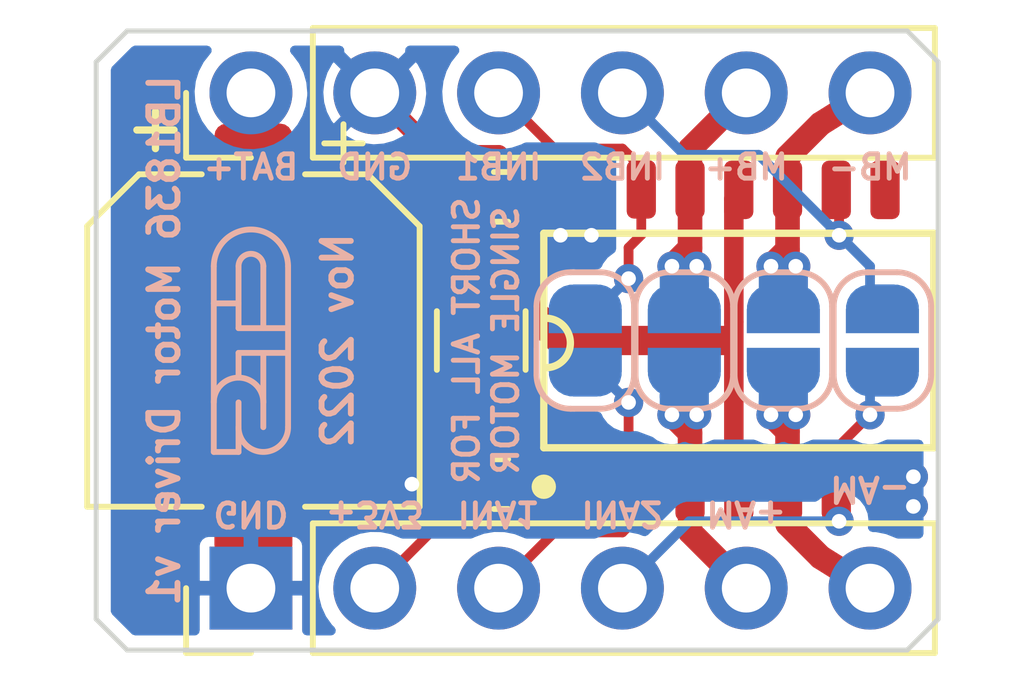
<source format=kicad_pcb>
(kicad_pcb (version 20211014) (generator pcbnew)
  (layers (0 "F.Cu" signal) (31 "B.Cu" signal) (34 "B.Paste" user) (35 "F.Paste" user) (36 "B.SilkS" user "B.Silkscreen") (37 "F.SilkS" user "F.Silkscreen") (38 "B.Mask" user) (39 "F.Mask" user) (44 "Edge.Cuts" user))
  (net 0 "")
  (net 1 "GND")
  (net 2 "+3V3")
  (net 3 "INA1")
  (net 4 "INB1")
  (net 5 "MA-")
  (net 6 "MB-")
  (net 8 "INA2")
  (net 9 "INB2")
  (net 10 "MA+")
  (net 11 "MB+")
  (net 12 "/V+")
  (net 13 "+BATT")
  (footprint "Capacitor_SMD:C_0603_1608Metric_Pad1.08x0.95mm_HandSolder" (layer "F.Cu") (at 143.5608 94.3864 180)
    (fp_text reference "C3")
    (fp_text value "0.1uF")
    (fp_line (start -0.146267 0.51) (end 0.146267 0.51) (layer "F.SilkS") (width 0.12))
    (fp_line (start -0.146267 -0.51) (end 0.146267 -0.51) (layer "F.SilkS") (width 0.12))
    (pad "1" smd roundrect (at -0.8625 0 180) (size 1.075 0.95) (layers "F.Cu" "F.Paste" "F.Mask") (net 2 "+3V3"))
    (pad "2" smd roundrect (at 0.8625 0 180) (size 1.075 0.95) (layers "F.Cu" "F.Paste" "F.Mask") (net 1 "GND"))
  )
  (footprint "Custom_Library:SOIC-14_1mm" (layer "F.Cu") (at 148.4376 91.44 90)
    (fp_text reference "U1")
    (fp_text value "LB1836M")
    (fp_line (start 2.2 -4) (end 2.2 4) (layer "F.SilkS") (width 0.15))
    (fp_line (start -2.2 -4) (end 2.2 -4) (layer "F.SilkS") (width 0.15))
    (fp_line (start 2.2 4) (end -2.2 4) (layer "F.SilkS") (width 0.15))
    (fp_line (start -2.2 4) (end -2.2 -4) (layer "F.SilkS") (width 0.15))
    (fp_circle (center -3 -4) (end -2.875 -4) (layer "F.SilkS") (width 0.25) (fill none))
    (pad "1" smd roundrect (at -3.07 -3 90) (size 1.14 0.6) (layers "F.Cu" "F.Paste" "F.Mask") (net 2 "+3V3"))
    (pad "2" smd roundrect (at -3.1 -2 90) (size 1.2 0.6) (layers "F.Cu" "F.Paste" "F.Mask") (net 3 "INA1"))
    (pad "3" smd roundrect (at -3.1 -1 90) (size 1.2 0.6) (layers "F.Cu" "F.Paste" "F.Mask") (net 10 "MA+"))
    (pad "4" smd roundrect (at -3.1 0 90) (size 1.2 0.6) (layers "F.Cu" "F.Paste" "F.Mask") (net 12 "/V+"))
    (pad "5" smd roundrect (at -3.1 1 90) (size 1.2 0.6) (layers "F.Cu" "F.Paste" "F.Mask") (net 5 "MA-"))
    (pad "6" smd roundrect (at -3.1 2 90) (size 1.2 0.6) (layers "F.Cu" "F.Paste" "F.Mask") (net 8 "INA2"))
    (pad "7" smd roundrect (at -3.1 3 90) (size 1.2 0.6) (layers "F.Cu" "F.Paste" "F.Mask") (net 1 "GND"))
    (pad "8" smd roundrect (at 3.09 3 90) (size 1.2 0.6) (layers "F.Cu" "F.Paste" "F.Mask"))
    (pad "9" smd roundrect (at 3.09 2 90) (size 1.2 0.6) (layers "F.Cu" "F.Paste" "F.Mask") (net 9 "INB2"))
    (pad "10" smd roundrect (at 3.1 1 90) (size 1.2 0.6) (layers "F.Cu" "F.Paste" "F.Mask") (net 6 "MB-"))
    (pad "11" smd roundrect (at 3.09 0 90) (size 1.2 0.6) (layers "F.Cu" "F.Paste" "F.Mask") (net 12 "/V+"))
    (pad "12" smd roundrect (at 3.1 -1 90) (size 1.2 0.6) (layers "F.Cu" "F.Paste" "F.Mask") (net 11 "MB+"))
    (pad "13" smd roundrect (at 3.1 -2 90) (size 1.2 0.6) (layers "F.Cu" "F.Paste" "F.Mask") (net 4 "INB1"))
    (pad "14" smd roundrect (at 3.07 -3 90) (size 1.14 0.6) (layers "F.Cu" "F.Paste" "F.Mask") (net 1 "GND"))
  )
  (footprint "Connector_PinHeader_2.54mm:PinHeader_1x06_P2.54mm_Vertical" (layer "F.Cu") (at 138.43 86.36 90)
    (fp_text reference "J2")
    (fp_text value "A2")
    (fp_line (start 1.33 1.27) (end 1.33 14.03) (layer "F.SilkS") (width 0.12))
    (fp_line (start -1.33 14.03) (end 1.33 14.03) (layer "F.SilkS") (width 0.12))
    (fp_line (start -1.33 1.27) (end -1.33 14.03) (layer "F.SilkS") (width 0.12))
    (fp_line (start -1.33 0) (end -1.33 -1.33) (layer "F.SilkS") (width 0.12))
    (fp_line (start -1.33 1.27) (end 1.33 1.27) (layer "F.SilkS") (width 0.12))
    (fp_line (start -1.33 -1.33) (end 0 -1.33) (layer "F.SilkS") (width 0.12))
    (pad "1" thru_hole circle (at 0 0 90) (size 1.7 1.7) (drill 1) (layers *.Cu *.Mask) (net 13 "+BATT"))
    (pad "2" thru_hole oval (at 0 2.54 135) (size 1.7 1.7) (drill 1) (layers *.Cu *.Mask) (net 1 "GND"))
    (pad "3" thru_hole oval (at 0 5.08 90) (size 1.7 1.7) (drill 1) (layers *.Cu *.Mask) (net 4 "INB1"))
    (pad "4" thru_hole oval (at 0 7.62 90) (size 1.7 1.7) (drill 1) (layers *.Cu *.Mask) (net 9 "INB2"))
    (pad "5" thru_hole oval (at 0 10.16 90) (size 1.7 1.7) (drill 1) (layers *.Cu *.Mask) (net 11 "MB+"))
    (pad "6" thru_hole oval (at 0 12.7 90) (size 1.7 1.7) (drill 1) (layers *.Cu *.Mask) (net 6 "MB-"))
  )
  (footprint "Capacitor_SMD:CP_Elec_6.3x5.8" (layer "F.Cu") (at 138.4808 91.44 -90)
    (fp_text reference "C1")
    (fp_text value "220uF 10V")
    (fp_line (start 3.41 -3.41) (end 3.41 -1.06) (layer "F.SilkS") (width 0.12))
    (fp_line (start -4.4375 -1.8475) (end -3.65 -1.8475) (layer "F.SilkS") (width 0.12))
    (fp_line (start -3.41 2.345563) (end -3.41 1.06) (layer "F.SilkS") (width 0.12))
    (fp_line (start -2.345563 3.41) (end 3.41 3.41) (layer "F.SilkS") (width 0.12))
    (fp_line (start -3.41 2.345563) (end -2.345563 3.41) (layer "F.SilkS") (width 0.12))
    (fp_line (start -3.41 -2.345563) (end -3.41 -1.06) (layer "F.SilkS") (width 0.12))
    (fp_line (start -2.345563 -3.41) (end 3.41 -3.41) (layer "F.SilkS") (width 0.12))
    (fp_line (start -3.41 -2.345563) (end -2.345563 -3.41) (layer "F.SilkS") (width 0.12))
    (fp_line (start -4.04375 -2.24125) (end -4.04375 -1.45375) (layer "F.SilkS") (width 0.12))
    (fp_line (start 3.41 3.41) (end 3.41 1.06) (layer "F.SilkS") (width 0.12))
    (pad "1" smd roundrect (at -2.7 0 270) (size 3.5 1.6) (layers "F.Cu" "F.Paste" "F.Mask") (roundrect_rratio 0.15625) (net 13 "+BATT"))
    (pad "2" smd roundrect (at 2.7 0 270) (size 3.5 1.6) (layers "F.Cu" "F.Paste" "F.Mask") (roundrect_rratio 0.15625) (net 1 "GND"))
  )
  (footprint "Capacitor_SMD:C_0603_1608Metric_Pad1.08x0.95mm_HandSolder" (layer "F.Cu") (at 143.5608 88.4936)
    (fp_text reference "C2")
    (fp_text value "0.1uF")
    (fp_line (start -0.146267 -0.51) (end 0.146267 -0.51) (layer "F.SilkS") (width 0.12))
    (fp_line (start -0.146267 0.51) (end 0.146267 0.51) (layer "F.SilkS") (width 0.12))
    (pad "1" smd roundrect (at -0.8625 0) (size 1.075 0.95) (layers "F.Cu" "F.Paste" "F.Mask") (net 12 "/V+"))
    (pad "2" smd roundrect (at 0.8625 0) (size 1.075 0.95) (layers "F.Cu" "F.Paste" "F.Mask") (net 1 "GND"))
  )
  (footprint "Connector_PinHeader_2.54mm:PinHeader_1x06_P2.54mm_Vertical" (layer "F.Cu") (at 138.43 96.52 90)
    (fp_text reference "J1")
    (fp_text value "A1")
    (fp_line (start -1.33 1.27) (end 1.33 1.27) (layer "F.SilkS") (width 0.12))
    (fp_line (start 1.33 1.27) (end 1.33 14.03) (layer "F.SilkS") (width 0.12))
    (fp_line (start -1.33 1.27) (end -1.33 14.03) (layer "F.SilkS") (width 0.12))
    (fp_line (start -1.33 14.03) (end 1.33 14.03) (layer "F.SilkS") (width 0.12))
    (fp_line (start -1.33 -1.33) (end 0 -1.33) (layer "F.SilkS") (width 0.12))
    (fp_line (start -1.33 0) (end -1.33 -1.33) (layer "F.SilkS") (width 0.12))
    (pad "1" thru_hole rect (at 0 0 90) (size 1.7 1.7) (drill 1) (layers *.Cu *.Mask) (net 1 "GND"))
    (pad "2" thru_hole oval (at 0 2.54 90) (size 1.7 1.7) (drill 1) (layers *.Cu *.Mask) (net 2 "+3V3"))
    (pad "3" thru_hole oval (at 0 5.08 90) (size 1.7 1.7) (drill 1) (layers *.Cu *.Mask) (net 3 "INA1"))
    (pad "4" thru_hole oval (at 0 7.62 90) (size 1.7 1.7) (drill 1) (layers *.Cu *.Mask) (net 8 "INA2"))
    (pad "5" thru_hole oval (at 0 10.16 90) (size 1.7 1.7) (drill 1) (layers *.Cu *.Mask) (net 10 "MA+"))
    (pad "6" thru_hole oval (at 0 12.7 90) (size 1.7 1.7) (drill 1) (layers *.Cu *.Mask) (net 5 "MA-"))
  )
  (footprint "Fuse:Fuse_1206_3216Metric_Pad1.42x1.75mm_HandSolder" (layer "F.Cu") (at 143.1544 91.44 90)
    (fp_text reference "F1")
    (fp_text value "350mA 16V")
    (fp_line (start -0.602064 0.91) (end 0.602064 0.91) (layer "F.SilkS") (width 0.12))
    (fp_line (start -0.602064 -0.91) (end 0.602064 -0.91) (layer "F.SilkS") (width 0.12))
    (pad "1" smd roundrect (at -1.4875 0 90) (size 1.425 1.75) (layers "F.Cu" "F.Paste" "F.Mask") (roundrect_rratio 0.175439) (net 13 "+BATT"))
    (pad "2" smd roundrect (at 1.4875 0 90) (size 1.425 1.75) (layers "F.Cu" "F.Paste" "F.Mask") (roundrect_rratio 0.175439) (net 12 "/V+"))
  )
  (footprint "Jumper:SolderJumper-2_P1.3mm_Open_RoundedPad1.0x1.5mm" (layer "B.Cu") (at 145.288 91.44 90)
    (fp_text reference "JP1")
    (fp_text value "IN2")
    (fp_line (start 1.4 0.3) (end 1.4 -0.3) (layer "B.SilkS") (width 0.12))
    (fp_line (start -0.7 1) (end 0.7 1) (layer "B.SilkS") (width 0.12))
    (fp_line (start 0.7 -1) (end -0.7 -1) (layer "B.SilkS") (width 0.12))
    (fp_line (start -1.4 -0.3) (end -1.4 0.3) (layer "B.SilkS") (width 0.12))
    (fp_arc (start 0.7 -1) (mid 1.194975 -0.794975) (end 1.4 -0.3) (layer "B.SilkS") (width 0.12))
    (fp_arc (start -0.7 1) (mid -1.194975 0.794975) (end -1.4 0.3) (layer "B.SilkS") (width 0.12))
    (fp_arc (start -1.4 -0.3) (mid -1.194975 -0.794975) (end -0.7 -1) (layer "B.SilkS") (width 0.12))
    (fp_arc (start 1.4 0.3) (mid 1.194975 0.794975) (end 0.7 1) (layer "B.SilkS") (width 0.12))
    (pad "1" smd custom (at -0.65 0 90) (size 1 0.5) (layers "B.Cu" "B.Mask") (net 3 "INA1") (options (clearance outline) (anchor rect)) (primitives (gr_circle (center 0 -0.25) (end 0.5 -0.25) (width 0) (fill yes)) (gr_circle (center 0 0.25) (end 0.5 0.25) (width 0) (fill yes)) (gr_poly (pts (xy 0.5 -0.75) (xy 0 -0.75) (xy 0 0.75) (xy 0.5 0.75)) (width 0) (fill yes))))
    (pad "2" smd custom (at 0.65 0 90) (size 1 0.5) (layers "B.Cu" "B.Mask") (net 4 "INB1") (options (clearance outline) (anchor rect)) (primitives (gr_circle (center 0 -0.25) (end 0.5 -0.25) (width 0) (fill yes)) (gr_circle (center 0 0.25) (end 0.5 0.25) (width 0) (fill yes)) (gr_poly (pts (xy 0 -0.75) (xy -0.5 -0.75) (xy -0.5 0.75) (xy 0 0.75)) (width 0) (fill yes))))
  )
  (footprint "Jumper:SolderJumper-2_P1.3mm_Open_RoundedPad1.0x1.5mm" (layer "B.Cu") (at 147.32 91.44 90)
    (fp_text reference "JP3")
    (fp_text value "M+")
    (fp_line (start -0.7 1) (end 0.7 1) (layer "B.SilkS") (width 0.12))
    (fp_line (start 1.4 0.3) (end 1.4 -0.3) (layer "B.SilkS") (width 0.12))
    (fp_line (start -1.4 -0.3) (end -1.4 0.3) (layer "B.SilkS") (width 0.12))
    (fp_line (start 0.7 -1) (end -0.7 -1) (layer "B.SilkS") (width 0.12))
    (fp_arc (start 0.7 -1) (mid 1.194975 -0.794975) (end 1.4 -0.3) (layer "B.SilkS") (width 0.12))
    (fp_arc (start -0.7 1) (mid -1.194975 0.794975) (end -1.4 0.3) (layer "B.SilkS") (width 0.12))
    (fp_arc (start -1.4 -0.3) (mid -1.194975 -0.794975) (end -0.7 -1) (layer "B.SilkS") (width 0.12))
    (fp_arc (start 1.4 0.3) (mid 1.194975 0.794975) (end 0.7 1) (layer "B.SilkS") (width 0.12))
    (pad "1" smd custom (at -0.65 0 90) (size 1 0.5) (layers "B.Cu" "B.Mask") (net 10 "MA+") (options (clearance outline) (anchor rect)) (primitives (gr_circle (center 0 -0.25) (end 0.5 -0.25) (width 0) (fill yes)) (gr_circle (center 0 0.25) (end 0.5 0.25) (width 0) (fill yes)) (gr_poly (pts (xy 0.5 -0.75) (xy 0 -0.75) (xy 0 0.75) (xy 0.5 0.75)) (width 0) (fill yes))))
    (pad "2" smd custom (at 0.65 0 90) (size 1 0.5) (layers "B.Cu" "B.Mask") (net 11 "MB+") (options (clearance outline) (anchor rect)) (primitives (gr_circle (center 0 -0.25) (end 0.5 -0.25) (width 0) (fill yes)) (gr_circle (center 0 0.25) (end 0.5 0.25) (width 0) (fill yes)) (gr_poly (pts (xy 0 -0.75) (xy -0.5 -0.75) (xy -0.5 0.75) (xy 0 0.75)) (width 0) (fill yes))))
  )
  (footprint "Jumper:SolderJumper-2_P1.3mm_Open_RoundedPad1.0x1.5mm" (layer "B.Cu") (at 149.352 91.44 90)
    (fp_text reference "JP4")
    (fp_text value "M-")
    (fp_line (start -1.4 -0.3) (end -1.4 0.3) (layer "B.SilkS") (width 0.12))
    (fp_line (start 0.7 -1) (end -0.7 -1) (layer "B.SilkS") (width 0.12))
    (fp_line (start 1.4 0.3) (end 1.4 -0.3) (layer "B.SilkS") (width 0.12))
    (fp_line (start -0.7 1) (end 0.7 1) (layer "B.SilkS") (width 0.12))
    (fp_arc (start -0.7 1) (mid -1.194975 0.794975) (end -1.4 0.3) (layer "B.SilkS") (width 0.12))
    (fp_arc (start 1.4 0.3) (mid 1.194975 0.794975) (end 0.7 1) (layer "B.SilkS") (width 0.12))
    (fp_arc (start -1.4 -0.3) (mid -1.194975 -0.794975) (end -0.7 -1) (layer "B.SilkS") (width 0.12))
    (fp_arc (start 0.7 -1) (mid 1.194975 -0.794975) (end 1.4 -0.3) (layer "B.SilkS") (width 0.12))
    (pad "1" smd custom (at -0.65 0 90) (size 1 0.5) (layers "B.Cu" "B.Mask") (net 5 "MA-") (options (clearance outline) (anchor rect)) (primitives (gr_circle (center 0 -0.25) (end 0.5 -0.25) (width 0) (fill yes)) (gr_circle (center 0 0.25) (end 0.5 0.25) (width 0) (fill yes)) (gr_poly (pts (xy 0.5 -0.75) (xy 0 -0.75) (xy 0 0.75) (xy 0.5 0.75)) (width 0) (fill yes))))
    (pad "2" smd custom (at 0.65 0 90) (size 1 0.5) (layers "B.Cu" "B.Mask") (net 6 "MB-") (options (clearance outline) (anchor rect)) (primitives (gr_circle (center 0 -0.25) (end 0.5 -0.25) (width 0) (fill yes)) (gr_circle (center 0 0.25) (end 0.5 0.25) (width 0) (fill yes)) (gr_poly (pts (xy 0 -0.75) (xy -0.5 -0.75) (xy -0.5 0.75) (xy 0 0.75)) (width 0) (fill yes))))
  )
  (footprint "Jumper:SolderJumper-2_P1.3mm_Open_RoundedPad1.0x1.5mm" (layer "B.Cu") (at 151.384 91.44 90)
    (fp_text reference "JP2")
    (fp_text value "IN1")
    (fp_line (start 1.4 0.3) (end 1.4 -0.3) (layer "B.SilkS") (width 0.12))
    (fp_line (start -1.4 -0.3) (end -1.4 0.3) (layer "B.SilkS") (width 0.12))
    (fp_line (start -0.7 1) (end 0.7 1) (layer "B.SilkS") (width 0.12))
    (fp_line (start 0.7 -1) (end -0.7 -1) (layer "B.SilkS") (width 0.12))
    (fp_arc (start 1.4 0.3) (mid 1.194975 0.794975) (end 0.7 1) (layer "B.SilkS") (width 0.12))
    (fp_arc (start -0.7 1) (mid -1.194975 0.794975) (end -1.4 0.3) (layer "B.SilkS") (width 0.12))
    (fp_arc (start 0.7 -1) (mid 1.194975 -0.794975) (end 1.4 -0.3) (layer "B.SilkS") (width 0.12))
    (fp_arc (start -1.4 -0.3) (mid -1.194975 -0.794975) (end -0.7 -1) (layer "B.SilkS") (width 0.12))
    (pad "1" smd custom (at -0.65 0 90) (size 1 0.5) (layers "B.Cu" "B.Mask") (net 8 "INA2") (options (clearance outline) (anchor rect)) (primitives (gr_circle (center 0 -0.25) (end 0.5 -0.25) (width 0) (fill yes)) (gr_circle (center 0 0.25) (end 0.5 0.25) (width 0) (fill yes)) (gr_poly (pts (xy 0.5 -0.75) (xy 0 -0.75) (xy 0 0.75) (xy 0.5 0.75)) (width 0) (fill yes))))
    (pad "2" smd custom (at 0.65 0 90) (size 1 0.5) (layers "B.Cu" "B.Mask") (net 9 "INB2") (options (clearance outline) (anchor rect)) (primitives (gr_circle (center 0 -0.25) (end 0.5 -0.25) (width 0) (fill yes)) (gr_circle (center 0 0.25) (end 0.5 0.25) (width 0) (fill yes)) (gr_poly (pts (xy 0 -0.75) (xy -0.5 -0.75) (xy -0.5 0.75) (xy 0 0.75)) (width 0) (fill yes))))
  )
  (gr_arc (start 137.668 89.916) (mid 138.43 89.154) (end 139.192 89.916) (layer "B.SilkS") (width 0.12))
  (gr_line (start 138.176 93.726) (end 138.176 92.71) (layer "B.SilkS") (width 0.12))
  (gr_arc (start 138.176 89.916) (mid 138.43 89.662) (end 138.684 89.916) (layer "B.SilkS") (width 0.12))
  (gr_line (start 138.684 89.916) (end 138.684 91.186) (layer "B.SilkS") (width 0.12))
  (gr_line (start 138.176 92.202) (end 138.176 91.694) (layer "B.SilkS") (width 0.12))
  (gr_line (start 138.176 91.694) (end 139.192 91.694) (layer "B.SilkS") (width 0.12))
  (gr_line (start 137.668 90.678) (end 138.176 90.678) (layer "B.SilkS") (width 0.12))
  (gr_line (start 139.192 93.218) (end 139.192 89.916) (layer "B.SilkS") (width 0.12))
  (gr_arc (start 137.668 92.71) (mid 138.176 92.202) (end 138.684 92.71) (layer "B.SilkS") (width 0.12))
  (gr_line (start 138.684 93.218) (end 138.684 91.694) (layer "B.SilkS") (width 0.12))
  (gr_line (start 138.176 91.186) (end 138.176 89.916) (layer "B.SilkS") (width 0.12))
  (gr_line (start 139.192 91.186) (end 138.176 91.186) (layer "B.SilkS") (width 0.12))
  (gr_line (start 137.668 93.726) (end 137.668 89.916) (layer "B.SilkS") (width 0.12))
  (gr_arc (start 139.192 93.218) (mid 138.684 93.726) (end 138.176 93.218) (layer "B.SilkS") (width 0.12))
  (gr_line (start 137.668 93.726) (end 138.176 93.726) (layer "B.SilkS") (width 0.12))
  (gr_arc (start 144.4752 90.9828) (mid 144.9832 91.4908) (end 144.4752 91.9988) (layer "F.SilkS") (width 0.15))
  (gr_line (start 135.255 97.155) (end 135.255 85.725) (layer "Edge.Cuts") (width 0.1))
  (gr_line (start 152.527 97.155) (end 151.892 97.79) (layer "Edge.Cuts") (width 0.1))
  (gr_line (start 135.89 97.79) (end 135.255 97.155) (layer "Edge.Cuts") (width 0.1))
  (gr_line (start 152.527 85.725) (end 152.527 97.155) (layer "Edge.Cuts") (width 0.1))
  (gr_line (start 135.255 85.725) (end 135.89 85.09) (layer "Edge.Cuts") (width 0.1))
  (gr_line (start 151.892 85.09) (end 152.527 85.725) (layer "Edge.Cuts") (width 0.1))
  (gr_line (start 151.892 97.79) (end 135.89 97.79) (layer "Edge.Cuts") (width 0.1))
  (gr_line (start 135.89 85.09) (end 151.892 85.09) (layer "Edge.Cuts") (width 0.1))
  (gr_text "INA1" (at 143.51 94.996 180) (layer "B.SilkS") (effects (font (size 0.5 0.5) (thickness 0.1)) (justify mirror)))
  (gr_text "Nov 2022" (at 140.208 91.44 90) (layer "B.SilkS") (effects (font (size 0.6 0.6) (thickness 0.12)) (justify mirror)))
  (gr_text "GND" (at 140.97 87.884) (layer "B.SilkS") (effects (font (size 0.5 0.5) (thickness 0.1)) (justify mirror)))
  (gr_text "INA2" (at 146.05 94.996 180) (layer "B.SilkS") (effects (font (size 0.5 0.5) (thickness 0.1)) (justify mirror)))
  (gr_text "MA+" (at 148.59 94.996 180) (layer "B.SilkS") (effects (font (size 0.5 0.5) (thickness 0.1)) (justify mirror)))
  (gr_text "MA-" (at 151.13 94.488 180) (layer "B.SilkS") (effects (font (size 0.5 0.5) (thickness 0.1)) (justify mirror)))
  (gr_text "GND" (at 138.43 94.996 180) (layer "B.SilkS") (effects (font (size 0.5 0.5) (thickness 0.1)) (justify mirror)))
  (gr_text "+3V3" (at 140.97 94.996 180) (layer "B.SilkS") (effects (font (size 0.5 0.5) (thickness 0.1)) (justify mirror)))
  (gr_text "INB2" (at 146.05 87.884) (layer "B.SilkS") (effects (font (size 0.5 0.5) (thickness 0.1)) (justify mirror)))
  (gr_text "BAT+" (at 138.43 87.884) (layer "B.SilkS") (effects (font (size 0.5 0.5) (thickness 0.1)) (justify mirror)))
  (gr_text "LB1836 Motor Driver v1" (at 136.652 91.44 90) (layer "B.SilkS") (effects (font (size 0.6 0.6) (thickness 0.12)) (justify mirror)))
  (gr_text "INB1" (at 143.51 87.884) (layer "B.SilkS") (effects (font (size 0.5 0.5) (thickness 0.1)) (justify mirror)))
  (gr_text "MB-" (at 151.13 87.884) (layer "B.SilkS") (effects (font (size 0.5 0.5) (thickness 0.1)) (justify mirror)))
  (gr_text "SHORT ALL FOR\nSINGLE MOTOR" (at 143.256 91.44 90) (layer "B.SilkS") (effects (font (size 0.5 0.5) (thickness 0.1)) (justify mirror)))
  (gr_text "MB+" (at 148.59 87.884) (layer "B.SilkS") (effects (font (size 0.5 0.5) (thickness 0.1)) (justify mirror)))
  (gr_text "+" (at 136.398 87.122 90) (layer "F.SilkS") (effects (font (size 1 1))))
  (segment (start 142.6475 94.615) (end 142.3935 94.361) (width 0.2) (layer "F.Cu") (net 1))
  (segment (start 144.145 88.265) (end 144.3725 88.265) (width 0.2) (layer "F.Cu") (net 1))
  (segment (start 151.638 94.234) (end 152.019 94.234) (width 0.4) (layer "F.Cu") (net 1))
  (segment (start 151.638 94.234) (end 151.4376 94.4344) (width 0.2) (layer "F.Cu") (net 1))
  (segment (start 144.4769 88.44) (end 144.4233 88.4936) (width 0.2) (layer "F.Cu") (net 1))
  (segment (start 145.415 89.281) (end 145.034 88.9) (width 0.5) (layer "F.Cu") (net 1))
  (segment (start 152.019 94.8436) (end 151.765 94.5896) (width 0.3) (layer "F.Cu") (net 1))
  (segment (start 145.384 88.4936) (end 144.5305 88.4936) (width 0.4) (layer "F.Cu") (net 1))
  (segment (start 145.415 89.2358) (end 145.4376 89.2584) (width 0.3) (layer "F.Cu") (net 1))
  (segment (start 138.43 94.14) (end 138.43 96.52) (width 0.2) (layer "F.Cu") (net 1))
  (segment (start 145.4376 88.44) (end 145.384 88.4936) (width 0.4) (layer "F.Cu") (net 1))
  (segment (start 152.019 94.8436) (end 152.019 94.234) (width 0.4) (layer "F.Cu") (net 1))
  (segment (start 144.78 89.281) (end 145.415 89.281) (width 0.4) (layer "F.Cu") (net 1))
  (segment (start 145.034 88.9) (end 145.034 88.646) (width 0.3) (layer "F.Cu") (net 1))
  (segment (start 152.019 94.8436) (end 151.6126 94.8436) (width 0.3) (layer "F.Cu") (net 1))
  (segment (start 151.4376 94.6686) (end 151.511 94.742) (width 0.2) (layer "F.Cu") (net 1))
  (segment (start 138.651 94.361) (end 138.43 94.14) (width 0.2) (layer "F.Cu") (net 1))
  (segment (start 143.51 87.63) (end 144.3736 88.4936) (width 0.4) (layer "F.Cu") (net 1))
  (segment (start 151.542 94.8436) (end 152.019 94.8436) (width 0.4) (layer "F.Cu") (net 1))
  (segment (start 151.6126 94.8436) (end 151.511 94.742) (width 0.3) (layer "F.Cu") (net 1))
  (segment (start 145.4376 89.2584) (end 145.415 89.281) (width 0.4) (layer "F.Cu") (net 1))
  (segment (start 140.97 86.36) (end 142.24 87.63) (width 0.4) (layer "F.Cu") (net 1))
  (segment (start 151.4376 94.54) (end 151.4376 94.948) (width 0.2) (layer "F.Cu") (net 1))
  (segment (start 151.765 94.5896) (end 151.765 94.361) (width 0.3) (layer "F.Cu") (net 1))
  (segment (start 145.415 88.4626) (end 145.415 89.2358) (width 0.4) (layer "F.Cu") (net 1))
  (segment (start 138.7272 94.3864) (end 138.4808 94.14) (width 0.5) (layer "F.Cu") (net 1))
  (segment (start 141.732 94.3864) (end 142.6983 94.3864) (width 0.2) (layer "F.Cu") (net 1))
  (segment (start 144.3736 88.4936) (end 144.4233 88.4936) (width 0.4) (layer "F.Cu") (net 1))
  (segment (start 151.4376 94.4344) (end 151.4376 94.6686) (width 0.2) (layer "F.Cu") (net 1))
  (segment (start 145.4376 88.44) (end 145.415 88.4626) (width 0.3) (layer "F.Cu") (net 1))
  (segment (start 144.78 89.281) (end 144.78 88.7431) (width 0.4) (layer "F.Cu") (net 1))
  (segment (start 142.24 87.63) (end 143.51 87.63) (width 0.4) (layer "F.Cu") (net 1))
  (segment (start 151.4376 94.948) (end 151.542 94.8436) (width 0.34) (layer "F.Cu") (net 1))
  (segment (start 144.5305 88.4936) (end 144.4769 88.44) (width 0.4) (layer "F.Cu") (net 1))
  (segment (start 144.78 88.7431) (end 144.4769 88.44) (width 0.4) (layer "F.Cu") (net 1))
  (via (at 145.415 89.281) (size 0.6) (drill 0.3) (layers "F.Cu" "B.Cu") (net 1))
  (via (at 141.732 94.3864) (size 0.6) (drill 0.3) (layers "F.Cu" "B.Cu") (net 1))
  (via (at 152.019 94.234) (size 0.6) (drill 0.3) (layers "F.Cu" "B.Cu") (net 1))
  (via (at 152.019 94.8436) (size 0.6) (drill 0.3) (layers "F.Cu" "B.Cu") (net 1))
  (via (at 144.78 89.281) (size 0.6) (drill 0.3) (layers "F.Cu" "B.Cu") (net 1))
  (segment (start 143.51 95.25) (end 144.145 94.615) (width 0.2) (layer "F.Cu") (net 2))
  (segment (start 145.384 94.3864) (end 145.4376 94.44) (width 0.5) (layer "F.Cu") (net 2))
  (segment (start 144.4233 94.3864) (end 145.384 94.3864) (width 0.2) (layer "F.Cu") (net 2))
  (segment (start 144.145 94.615) (end 144.3725 94.615) (width 0.2) (layer "F.Cu") (net 2))
  (segment (start 142.24 95.25) (end 143.51 95.25) (width 0.2) (layer "F.Cu") (net 2))
  (segment (start 140.97 96.52) (end 142.24 95.25) (width 0.2) (layer "F.Cu") (net 2))
  (segment (start 146.4376 94.5924) (end 146.59 94.44) (width 0.2) (layer "F.Cu") (net 3))
  (segment (start 144.653 95.377) (end 146.05 95.377) (width 0.2) (layer "F.Cu") (net 3))
  (segment (start 143.51 96.52) (end 144.653 95.377) (width 0.2) (layer "F.Cu") (net 3))
  (segment (start 146.304 94.5736) (end 146.4376 94.44) (width 0.2) (layer "F.Cu") (net 3))
  (segment (start 146.05 95.377) (end 146.304 95.123) (width 0.2) (layer "F.Cu") (net 3))
  (segment (start 146.4376 93.5924) (end 146.177 93.3318) (width 0.2) (layer "F.Cu") (net 3))
  (segment (start 146.177 93.3318) (end 146.177 92.71) (width 0.2) (layer "F.Cu") (net 3))
  (segment (start 146.304 95.123) (end 146.304 94.5736) (width 0.2) (layer "F.Cu") (net 3))
  (segment (start 146.4376 94.44) (end 146.4376 93.5924) (width 0.2) (layer "F.Cu") (net 3))
  (via (at 146.177 92.71) (size 0.6) (drill 0.3) (layers "F.Cu" "B.Cu") (net 3))
  (segment (start 145.557 92.09) (end 145.288 92.09) (width 0.2) (layer "B.Cu") (net 3))
  (segment (start 146.177 92.71) (end 145.557 92.09) (width 0.2) (layer "B.Cu") (net 3))
  (segment (start 146.4376 88.44) (end 146.4376 89.2744) (width 0.2) (layer "F.Cu") (net 4))
  (segment (start 146.304 88.3064) (end 146.4376 88.44) (width 0.2) (layer "F.Cu") (net 4))
  (segment (start 146.59 88.17) (end 146.59 88.44) (width 0.2) (layer "F.Cu") (net 4))
  (segment (start 146.304 87.757) (end 146.304 88.3064) (width 0.2) (layer "F.Cu") (net 4))
  (segment (start 144.653 87.503) (end 146.05 87.503) (width 0.2) (layer "F.Cu") (net 4))
  (segment (start 146.177 89.535) (end 146.177 90.17) (width 0.2) (layer "F.Cu") (net 4))
  (segment (start 146.05 87.503) (end 146.304 87.757) (width 0.2) (layer "F.Cu") (net 4))
  (segment (start 143.51 86.36) (end 144.653 87.503) (width 0.2) (layer "F.Cu") (net 4))
  (segment (start 146.4376 89.2744) (end 146.177 89.535) (width 0.2) (layer "F.Cu") (net 4))
  (via (at 146.177 90.17) (size 0.6) (drill 0.3) (layers "F.Cu" "B.Cu") (net 4))
  (segment (start 145.557 90.79) (end 145.288 90.79) (width 0.2) (layer "B.Cu") (net 4))
  (segment (start 146.177 90.17) (end 145.557 90.79) (width 0.2) (layer "B.Cu") (net 4))
  (segment (start 149.4376 94.44) (end 149.4376 93.3036) (width 0.5) (layer "F.Cu") (net 5))
  (segment (start 149.4376 93.3036) (end 149.098 92.964) (width 0.5) (layer "F.Cu") (net 5))
  (segment (start 149.4376 95.2086) (end 150.114 95.885) (width 0.5) (layer "F.Cu") (net 5))
  (segment (start 149.4376 94.44) (end 149.4376 95.2086) (width 0.5) (layer "F.Cu") (net 5))
  (segment (start 149.4376 94.44) (end 149.4376 93.1324) (width 0.5) (layer "F.Cu") (net 5))
  (segment (start 150.114 95.885) (end 151.13 96.52) (width 0.5) (layer "F.Cu") (net 5))
  (segment (start 149.4376 93.1324) (end 149.606 92.964) (width 0.5) (layer "F.Cu") (net 5))
  (via (at 149.098 92.964) (size 0.6) (drill 0.3) (layers "F.Cu" "B.Cu") (net 5))
  (via (at 149.606 92.964) (size 0.6) (drill 0.3) (layers "F.Cu" "B.Cu") (net 5))
  (segment (start 149.098 92.964) (end 149.098 92.71) (width 0.5) (layer "B.Cu") (net 5))
  (segment (start 149.606 92.344) (end 149.606 92.964) (width 0.5) (layer "B.Cu") (net 5))
  (segment (start 149.352 92.09) (end 149.606 92.344) (width 0.5) (layer "B.Cu") (net 5))
  (segment (start 149.352 92.71) (end 149.098 92.71) (width 0.5) (layer "B.Cu") (net 5))
  (segment (start 149.098 92.71) (end 149.098 92.344) (width 0.5) (layer "B.Cu") (net 5))
  (segment (start 149.098 92.344) (end 149.352 92.09) (width 0.5) (layer "B.Cu") (net 5))
  (segment (start 149.606 92.964) (end 149.352 92.71) (width 0.5) (layer "B.Cu") (net 5))
  (segment (start 149.4376 88.44) (end 149.4376 89.5764) (width 0.5) (layer "F.Cu") (net 6))
  (segment (start 149.4376 89.7476) (end 149.606 89.916) (width 0.5) (layer "F.Cu") (net 6))
  (segment (start 149.4376 88.44) (end 149.4376 87.6714) (width 0.5) (layer "F.Cu") (net 6))
  (segment (start 150.114 86.995) (end 151.13 86.36) (width 0.5) (layer "F.Cu") (net 6))
  (segment (start 149.4376 87.6714) (end 150.114 86.995) (width 0.5) (layer "F.Cu") (net 6))
  (segment (start 149.4376 89.5764) (end 149.098 89.916) (width 0.5) (layer "F.Cu") (net 6))
  (segment (start 149.4376 88.44) (end 149.4376 89.7476) (width 0.5) (layer "F.Cu") (net 6))
  (via (at 149.098 89.916) (size 0.6) (drill 0.3) (layers "F.Cu" "B.Cu") (net 6))
  (via (at 149.606 89.916) (size 0.6) (drill 0.3) (layers "F.Cu" "B.Cu") (net 6))
  (segment (start 149.606 90.536) (end 149.352 90.79) (width 0.5) (layer "B.Cu") (net 6))
  (segment (start 149.606 89.916) (end 149.098 90.424) (width 0.5) (layer "B.Cu") (net 6))
  (segment (start 149.4376 90.7044) (end 149.352 90.79) (width 0.2) (layer "B.Cu") (net 6))
  (segment (start 149.098 90.424) (end 149.098 90.536) (width 0.5) (layer "B.Cu") (net 6))
  (segment (start 149.098 89.916) (end 149.098 90.424) (width 0.5) (layer "B.Cu") (net 6))
  (segment (start 149.098 90.536) (end 149.352 90.79) (width 0.5) (layer "B.Cu") (net 6))
  (segment (start 149.606 89.916) (end 149.606 90.536) (width 0.5) (layer "B.Cu") (net 6))
  (segment (start 150.495 95.1484) (end 150.4376 95.091) (width 0.2) (layer "F.Cu") (net 8))
  (segment (start 151.13 92.964) (end 150.4376 93.6564) (width 0.2) (layer "F.Cu") (net 8))
  (segment (start 150.4376 93.6564) (end 150.4376 94.44) (width 0.2) (layer "F.Cu") (net 8))
  (segment (start 150.4376 95.091) (end 150.4376 94.44) (width 0.2) (layer "F.Cu") (net 8))
  (via (at 151.13 92.964) (size 0.6) (drill 0.3) (layers "F.Cu" "B.Cu") (net 8))
  (via (at 150.495 95.1484) (size 0.6) (drill 0.3) (layers "F.Cu" "B.Cu") (net 8))
  (segment (start 151.13 92.344) (end 151.384 92.09) (width 0.2) (layer "B.Cu") (net 8))
  (segment (start 150.495 95.1484) (end 147.4216 95.1484) (width 0.2) (layer "B.Cu") (net 8))
  (segment (start 151.13 92.964) (end 151.13 92.344) (width 0.2) (layer "B.Cu") (net 8))
  (segment (start 147.4216 95.1484) (end 146.05 96.52) (width 0.2) (layer "B.Cu") (net 8))
  (segment (start 150.495 88.4974) (end 150.4376 88.44) (width 0.2) (layer "F.Cu") (net 9))
  (segment (start 150.495 89.281) (end 150.495 88.4974) (width 0.2) (layer "F.Cu") (net 9))
  (segment (start 146.59 86.9) (end 146.05 86.36) (width 0.2) (layer "F.Cu") (net 9))
  (via (at 150.495 89.281) (size 0.6) (drill 0.3) (layers "F.Cu" "B.Cu") (net 9))
  (segment (start 148.844 87.63) (end 147.32 87.63) (width 0.2) (layer "B.Cu") (net 9))
  (segment (start 151.13 90.536) (end 151.384 90.79) (width 0.2) (layer "B.Cu") (net 9))
  (segment (start 147.32 87.63) (end 146.05 86.36) (width 0.2) (layer "B.Cu") (net 9))
  (segment (start 150.495 89.281) (end 151.13 89.916) (width 0.2) (layer "B.Cu") (net 9))
  (segment (start 151.13 89.916) (end 151.13 90.536) (width 0.2) (layer "B.Cu") (net 9))
  (segment (start 150.495 89.281) (end 148.844 87.63) (width 0.2) (layer "B.Cu") (net 9))
  (segment (start 147.4376 94.44) (end 147.4376 93.1004) (width 0.5) (layer "F.Cu") (net 10))
  (segment (start 147.4376 94.44) (end 147.4376 95.3676) (width 0.5) (layer "F.Cu") (net 10))
  (segment (start 147.4376 95.3676) (end 148.59 96.52) (width 0.5) (layer "F.Cu") (net 10))
  (segment (start 147.4376 93.1004) (end 147.574 92.964) (width 0.5) (layer "F.Cu") (net 10))
  (segment (start 147.4376 93.3356) (end 147.066 92.964) (width 0.5) (layer "F.Cu") (net 10))
  (segment (start 147.4376 94.44) (end 147.4376 93.3356) (width 0.5) (layer "F.Cu") (net 10))
  (via (at 147.066 92.964) (size 0.6) (drill 0.3) (layers "F.Cu" "B.Cu") (net 10))
  (via (at 147.574 92.964) (size 0.6) (drill 0.3) (layers "F.Cu" "B.Cu") (net 10))
  (segment (start 147.574 92.344) (end 147.574 92.964) (width 0.5) (layer "B.Cu") (net 10))
  (segment (start 147.32 92.09) (end 147.574 92.344) (width 0.5) (layer "B.Cu") (net 10))
  (segment (start 147.574 92.964) (end 147.193 92.583) (width 0.5) (layer "B.Cu") (net 10))
  (segment (start 147.066 92.344) (end 147.066 92.583) (width 0.5) (layer "B.Cu") (net 10))
  (segment (start 147.193 92.583) (end 147.066 92.583) (width 0.5) (layer "B.Cu") (net 10))
  (segment (start 147.066 92.583) (end 147.066 92.964) (width 0.5) (layer "B.Cu") (net 10))
  (segment (start 147.32 92.09) (end 147.066 92.344) (width 0.5) (layer "B.Cu") (net 10))
  (segment (start 147.4376 88.44) (end 147.4376 87.5124) (width 0.5) (layer "F.Cu") (net 11))
  (segment (start 147.4376 89.7796) (end 147.574 89.916) (width 0.5) (layer "F.Cu") (net 11))
  (segment (start 147.4376 88.44) (end 147.4376 89.7796) (width 0.5) (layer "F.Cu") (net 11))
  (segment (start 147.4376 89.5444) (end 147.066 89.916) (width 0.5) (layer "F.Cu") (net 11))
  (segment (start 147.4376 88.44) (end 147.4376 89.5444) (width 0.5) (layer "F.Cu") (net 11))
  (segment (start 147.4376 87.5124) (end 148.59 86.36) (width 0.5) (layer "F.Cu") (net 11))
  (via (at 147.574 89.916) (size 0.6) (drill 0.3) (layers "F.Cu" "B.Cu") (net 11))
  (via (at 147.066 89.916) (size 0.6) (drill 0.3) (layers "F.Cu" "B.Cu") (net 11))
  (segment (start 147.066 89.916) (end 147.447 90.297) (width 0.5) (layer "B.Cu") (net 11))
  (segment (start 147.574 90.297) (end 147.574 90.536) (width 0.5) (layer "B.Cu") (net 11))
  (segment (start 147.066 90.536) (end 147.32 90.79) (width 0.5) (layer "B.Cu") (net 11))
  (segment (start 147.447 90.297) (end 147.574 90.297) (width 0.5) (layer "B.Cu") (net 11))
  (segment (start 147.574 90.536) (end 147.32 90.79) (width 0.5) (layer "B.Cu") (net 11))
  (segment (start 147.574 89.916) (end 147.574 90.297) (width 0.5) (layer "B.Cu") (net 11))
  (segment (start 147.32 90.551) (end 147.32 90.79) (width 0.5) (layer "B.Cu") (net 11))
  (segment (start 147.066 89.916) (end 147.066 90.536) (width 0.5) (layer "B.Cu") (net 11))
  (segment (start 148.336 94.3384) (end 148.4376 94.44) (width 0.4) (layer "F.Cu") (net 12))
  (segment (start 142.748 88.3655) (end 142.6475 88.265) (width 0.4) (layer "F.Cu") (net 12))
  (segment (start 144.78 91.44) (end 148.182 91.44) (width 0.6) (layer "F.Cu") (net 12))
  (segment (start 143.1544 89.9525) (end 143.2925 89.9525) (width 0.4) (layer "F.Cu") (net 12))
  (segment (start 148.336 91.059) (end 148.336 94.3384) (width 0.4) (layer "F.Cu") (net 12))
  (segment (start 148.336 88.5416) (end 148.336 91.059) (width 0.4) (layer "F.Cu") (net 12))
  (segment (start 143.256 89.9525) (end 143.4195 89.9525) (width 0.4) (layer "F.Cu") (net 12))
  (segment (start 143.1655 89.9525) (end 142.748 89.535) (width 0.4) (layer "F.Cu") (net 12))
  (segment (start 143.2925 89.9525) (end 144.78 91.44) (width 0.6) (layer "F.Cu") (net 12))
  (segment (start 143.256 89.9525) (end 143.1655 89.9525) (width 0.4) (layer "F.Cu") (net 12))
  (segment (start 142.748 89.535) (end 142.748 88.3655) (width 0.4) (layer "F.Cu") (net 12))
  (segment (start 148.4376 88.44) (end 148.336 88.5416) (width 0.4) (layer "F.Cu") (net 12))
  (segment (start 143.256 92.9275) (end 141.6955 92.9275) (width 0.6) (layer "F.Cu") (net 13))
  (segment (start 141.6955 92.9275) (end 138.43 89.662) (width 0.6) (layer "F.Cu") (net 13))
  (segment (start 138.43 89.662) (end 138.43 88.74) (width 0.4) (layer "F.Cu") (net 13))
  (segment (start 138.43 86.36) (end 138.43 88.74) (width 0.4) (layer "F.Cu") (net 13))
  (zone (net 1) (net_name "GND") (layer "B.Cu") (connect_pads (clearance 0.3)) (min_thickness 0.2) (fill yes (thermal_gap 0.2) (thermal_bridge_width 0.3) (smoothing fillet) (radius 0.25))
    (polygon (pts (xy 145.923 87.376) (xy 145.923 92.71) (xy 145.796 93.091) (xy 146.812 93.472) (xy 153.67 93.472) (xy 153.67 95.504) (xy 140.97 95.504) (xy 140.335 95.885) (xy 140.335 98.425) (xy 134.62 98.425) (xy 134.62 84.455) (xy 143.51 84.455) (xy 143.51 87.376)))
  )
)
</source>
